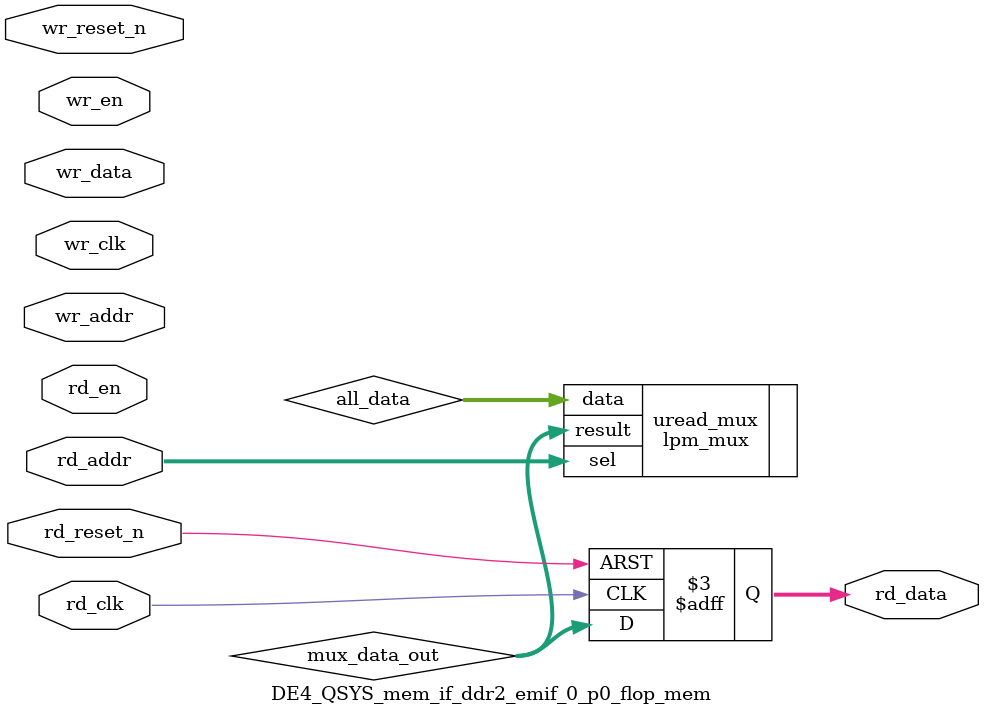
<source format=v>



`timescale 1 ps / 1 ps

(* altera_attribute = "-name ALLOW_SYNCH_CTRL_USAGE ON;-name AUTO_CLOCK_ENABLE_RECOGNITION ON" *)
module DE4_QSYS_mem_if_ddr2_emif_0_p0_flop_mem(
	wr_reset_n,
	wr_clk,
	wr_en,
	wr_addr,
	wr_data,
	rd_reset_n,
	rd_clk,
	rd_en,
	rd_addr,
	rd_data
);

parameter WRITE_MEM_DEPTH	= "";
parameter WRITE_ADDR_WIDTH	= "";
parameter WRITE_DATA_WIDTH	= "";
parameter READ_MEM_DEPTH	= "";
parameter READ_ADDR_WIDTH	= "";		 
parameter READ_DATA_WIDTH	= "";


input	wr_reset_n;
input	wr_clk;
input	wr_en;
input	[WRITE_ADDR_WIDTH-1:0] wr_addr;
input	[WRITE_DATA_WIDTH-1:0] wr_data;
input	rd_reset_n;
input	rd_clk;
input	rd_en;
input	[READ_ADDR_WIDTH-1:0] rd_addr;
output	[READ_DATA_WIDTH-1:0] rd_data;



wire	[WRITE_DATA_WIDTH*WRITE_MEM_DEPTH-1:0] all_data;
wire	[READ_DATA_WIDTH-1:0] mux_data_out;



// declare a memory with WRITE_MEM_DEPTH entries
// each entry contains a data size of WRITE_DATA_WIDTH
reg	[WRITE_DATA_WIDTH-1:0] data_stored [0:WRITE_MEM_DEPTH-1] /* synthesis syn_preserve = 1 */;
reg	[READ_DATA_WIDTH-1:0] rd_data;

generate
genvar entry;
	for (entry=0; entry < WRITE_MEM_DEPTH; entry=entry+1)
	begin: mem_location
		assign all_data[(WRITE_DATA_WIDTH*(entry+1)-1) : (WRITE_DATA_WIDTH*entry)] = data_stored[entry]; 
		
		always @(posedge wr_clk or negedge wr_reset_n)
		begin
			if (~wr_reset_n) begin
				data_stored[entry] <= {WRITE_DATA_WIDTH{1'b0}};
			end else begin
				if (wr_en) begin
					if (entry == wr_addr) begin
						data_stored[entry] <= wr_data;
					end
				end
			end
		end		
	end
endgenerate

// mux to select the correct output data based on read address
lpm_mux	uread_mux(
	.sel (rd_addr),
	.data (all_data),
	.result (mux_data_out)
	// synopsys translate_off
	,
	.aclr (),
	.clken (),
	.clock ()
	// synopsys translate_on
	);
 defparam uread_mux.lpm_size = READ_MEM_DEPTH;
 defparam uread_mux.lpm_type = "LPM_MUX";
 defparam uread_mux.lpm_width = READ_DATA_WIDTH;
 defparam uread_mux.lpm_widths = READ_ADDR_WIDTH;

always @(posedge rd_clk or negedge rd_reset_n)	
begin
	if (~rd_reset_n) begin
		rd_data <= {READ_DATA_WIDTH{1'b0}};
	end else begin
		rd_data <= mux_data_out;
	end
end

endmodule

</source>
